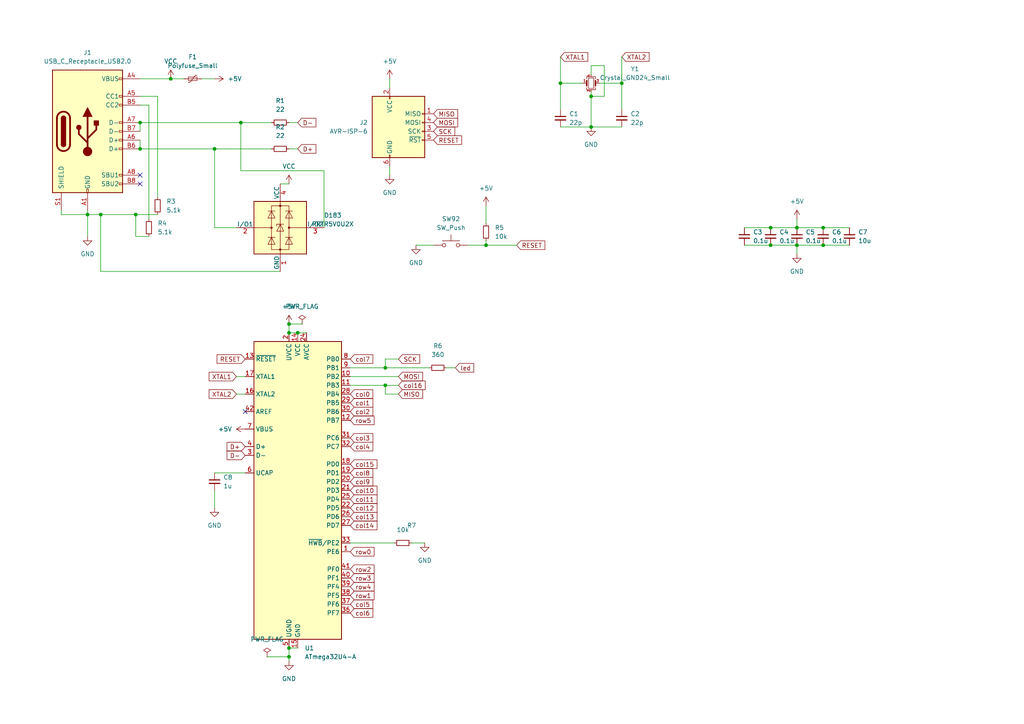
<source format=kicad_sch>
(kicad_sch (version 20211123) (generator eeschema)
  (paper "A4")
  (lib_symbols
    (symbol "Connector:AVR-ISP-6" (pin_names (offset 1.016))
      (property "Reference" "J" (at -6.35 11.43 0))
      (property "Value" "AVR-ISP-6" (at 0 11.43 0))
      (symbol "AVR-ISP-6_0_1"
        (rectangle (start -2.667 -6.858) (end -2.413 -7.62))
        (rectangle (start -2.667 10.16) (end -2.413 9.398))
        (rectangle (start 7.62 -2.413) (end 6.858 -2.667))
        (rectangle (start 7.62 0.127) (end 6.858 -0.127))
        (rectangle (start 7.62 2.667) (end 6.858 2.413))
        (rectangle (start 7.62 5.207) (end 6.858 4.953))
        (rectangle (start 7.62 10.16) (end -7.62 -7.62) (stroke (width 0.254)) (fill (type background)))
      )
      (symbol "AVR-ISP-6_1_1"
        (pin passive line (at 10.16 5.08 180) (length 2.54) (name "MISO") (number "1"))
        (pin passive line (at -2.54 12.7 270) (length 2.54) (name "VCC") (number "2"))
        (pin passive line (at 10.16 0 180) (length 2.54) (name "SCK") (number "3"))
        (pin passive line (at 10.16 2.54 180) (length 2.54) (name "MOSI") (number "4"))
        (pin passive line (at 10.16 -2.54 180) (length 2.54) (name "~{RST}") (number "5"))
        (pin passive line (at -2.54 -10.16 90) (length 2.54) (name "GND") (number "6"))
      )
    )
    (symbol "Connector:USB_C_Receptacle_USB2.0" (pin_names (offset 1.016))
      (property "Reference" "J" (at -10.16 19.05 0))
      (property "Value" "USB_C_Receptacle_USB2.0" (at 19.05 19.05 0))
      (symbol "USB_C_Receptacle_USB2.0_0_0"
        (rectangle (start -0.254 -17.78) (end 0.254 -16.764))
        (rectangle (start 10.16 -14.986) (end 9.144 -15.494))
        (rectangle (start 10.16 -12.446) (end 9.144 -12.954))
        (rectangle (start 10.16 -4.826) (end 9.144 -5.334))
        (rectangle (start 10.16 -2.286) (end 9.144 -2.794))
        (rectangle (start 10.16 0.254) (end 9.144 -0.254))
        (rectangle (start 10.16 2.794) (end 9.144 2.286))
        (rectangle (start 10.16 7.874) (end 9.144 7.366))
        (rectangle (start 10.16 10.414) (end 9.144 9.906))
        (rectangle (start 10.16 15.494) (end 9.144 14.986))
      )
      (symbol "USB_C_Receptacle_USB2.0_0_1"
        (rectangle (start -10.16 17.78) (end 10.16 -17.78) (stroke (width 0.254)) (fill (type background)))
        (arc (start -8.89 -3.81) (mid -6.985 -5.715) (end -5.08 -3.81) (stroke (width 0.508)))
        (arc (start -7.62 -3.81) (mid -6.985 -4.445) (end -6.35 -3.81) (stroke (width 0.254)))
        (arc (start -7.62 -3.81) (mid -6.985 -4.445) (end -6.35 -3.81) (stroke (width 0.254)) (fill (type outline)))
        (rectangle (start -7.62 -3.81) (end -6.35 3.81) (stroke (width 0.254)) (fill (type outline)))
        (arc (start -6.35 3.81) (mid -6.985 4.445) (end -7.62 3.81) (stroke (width 0.254)))
        (arc (start -6.35 3.81) (mid -6.985 4.445) (end -7.62 3.81) (stroke (width 0.254)) (fill (type outline)))
        (arc (start -5.08 3.81) (mid -6.985 5.715) (end -8.89 3.81) (stroke (width 0.508)))
        (circle (center -2.54 1.143) (radius 0.635) (stroke (width 0.254)) (fill (type outline)))
        (circle (center 0 -5.842) (radius 1.27) (fill (type outline)))
        (polyline (pts (xy -8.89 -3.81) (xy -8.89 3.81)) (stroke (width 0.508)))
        (polyline (pts (xy -5.08 3.81) (xy -5.08 -3.81)) (stroke (width 0.508)))
        (polyline (pts (xy 0 -5.842) (xy 0 4.318)) (stroke (width 0.508)))
        (polyline (pts (xy 0 -3.302) (xy -2.54 -0.762) (xy -2.54 0.508)) (stroke (width 0.508)))
        (polyline (pts (xy 0 -2.032) (xy 2.54 0.508) (xy 2.54 1.778)) (stroke (width 0.508)))
        (polyline (pts (xy -1.27 4.318) (xy 0 6.858) (xy 1.27 4.318) (xy -1.27 4.318)) (stroke (width 0.254)) (fill (type outline)))
        (rectangle (start 1.905 1.778) (end 3.175 3.048) (stroke (width 0.254)) (fill (type outline)))
      )
      (symbol "USB_C_Receptacle_USB2.0_1_1"
        (pin passive line (at 0 -22.86 90) (length 5.08) (name "GND") (number "A1"))
        (pin passive line (at 0 -22.86 90) (length 5.08) hide (name "GND") (number "A12"))
        (pin passive line (at 15.24 15.24 180) (length 5.08) (name "VBUS") (number "A4"))
        (pin bidirectional line (at 15.24 10.16 180) (length 5.08) (name "CC1") (number "A5"))
        (pin bidirectional line (at 15.24 -2.54 180) (length 5.08) (name "D+") (number "A6"))
        (pin bidirectional line (at 15.24 2.54 180) (length 5.08) (name "D-") (number "A7"))
        (pin bidirectional line (at 15.24 -12.7 180) (length 5.08) (name "SBU1") (number "A8"))
        (pin passive line (at 15.24 15.24 180) (length 5.08) hide (name "VBUS") (number "A9"))
        (pin passive line (at 0 -22.86 90) (length 5.08) hide (name "GND") (number "B1"))
        (pin passive line (at 0 -22.86 90) (length 5.08) hide (name "GND") (number "B12"))
        (pin passive line (at 15.24 15.24 180) (length 5.08) hide (name "VBUS") (number "B4"))
        (pin bidirectional line (at 15.24 7.62 180) (length 5.08) (name "CC2") (number "B5"))
        (pin bidirectional line (at 15.24 -5.08 180) (length 5.08) (name "D+") (number "B6"))
        (pin bidirectional line (at 15.24 0 180) (length 5.08) (name "D-") (number "B7"))
        (pin bidirectional line (at 15.24 -15.24 180) (length 5.08) (name "SBU2") (number "B8"))
        (pin passive line (at 15.24 15.24 180) (length 5.08) hide (name "VBUS") (number "B9"))
        (pin passive line (at -7.62 -22.86 90) (length 5.08) (name "SHIELD") (number "S1"))
      )
    )
    (symbol "Device:C_Small" (pin_numbers hide) (pin_names (offset 0.254) hide)
      (property "Reference" "C" (at 0.254 1.778 0))
      (property "Value" "C_Small" (at 0.254 -2.032 0))
      (symbol "C_Small_0_1"
        (polyline (pts (xy -1.524 -0.508) (xy 1.524 -0.508)) (stroke (width 0.3302)))
        (polyline (pts (xy -1.524 0.508) (xy 1.524 0.508)) (stroke (width 0.3048)))
      )
      (symbol "C_Small_1_1"
        (pin passive line (at 0 2.54 270) (length 2.032) (name "~") (number "1"))
        (pin passive line (at 0 -2.54 90) (length 2.032) (name "~") (number "2"))
      )
    )
    (symbol "Device:Crystal_GND24_Small" (pin_names (offset 1.016) hide)
      (property "Reference" "Y" (at 1.27 4.445 0))
      (property "Value" "Crystal_GND24_Small" (at 1.27 2.54 0))
      (symbol "Crystal_GND24_Small_0_1"
        (rectangle (start -0.762 -1.524) (end 0.762 1.524))
        (polyline (pts (xy -1.27 -0.762) (xy -1.27 0.762)) (stroke (width 0.381)))
        (polyline (pts (xy 1.27 -0.762) (xy 1.27 0.762)) (stroke (width 0.381)))
        (polyline (pts (xy -1.27 -1.27) (xy -1.27 -1.905) (xy 1.27 -1.905) (xy 1.27 -1.27)))
        (polyline (pts (xy -1.27 1.27) (xy -1.27 1.905) (xy 1.27 1.905) (xy 1.27 1.27)))
      )
      (symbol "Crystal_GND24_Small_1_1"
        (pin passive line (at -2.54 0 0) (length 1.27) (name "1") (number "1"))
        (pin passive line (at 0 -2.54 90) (length 0.635) (name "2") (number "2"))
        (pin passive line (at 2.54 0 180) (length 1.27) (name "3") (number "3"))
        (pin passive line (at 0 2.54 270) (length 0.635) (name "4") (number "4"))
      )
    )
    (symbol "Device:Polyfuse_Small" (pin_numbers hide) (pin_names (offset 0))
      (property "Reference" "F" (at -1.905 0 90))
      (property "Value" "Polyfuse_Small" (at 1.905 0 90))
      (symbol "Polyfuse_Small_0_1"
        (rectangle (start -0.508 1.27) (end 0.508 -1.27))
        (polyline (pts (xy 0 2.54) (xy 0 -2.54)))
        (polyline (pts (xy -1.016 1.27) (xy -1.016 0.762) (xy 1.016 -0.762) (xy 1.016 -1.27)))
      )
      (symbol "Polyfuse_Small_1_1"
        (pin passive line (at 0 2.54 270) (length 0.635) (name "~") (number "1"))
        (pin passive line (at 0 -2.54 90) (length 0.635) (name "~") (number "2"))
      )
    )
    (symbol "Device:R_Small" (pin_numbers hide) (pin_names (offset 0.254) hide)
      (property "Reference" "R" (at 0.762 0.508 0))
      (property "Value" "R_Small" (at 0.762 -1.016 0))
      (symbol "R_Small_0_1"
        (rectangle (start -0.762 1.778) (end 0.762 -1.778) (stroke (width 0.2032)))
      )
      (symbol "R_Small_1_1"
        (pin passive line (at 0 2.54 270) (length 0.762) (name "~") (number "1"))
        (pin passive line (at 0 -2.54 90) (length 0.762) (name "~") (number "2"))
      )
    )
    (symbol "MCU_Microchip_ATmega:ATmega32U4-A"
      (property "Reference" "U" (at -12.7 44.45 0))
      (property "Value" "ATmega32U4-A" (at 2.54 -44.45 0))
      (symbol "ATmega32U4-A_0_1"
        (rectangle (start -12.7 -43.18) (end 12.7 43.18) (stroke (width 0.254)) (fill (type background)))
      )
      (symbol "ATmega32U4-A_1_1"
        (pin bidirectional line (at 15.24 -17.78 180) (length 2.54) (name "PE6") (number "1"))
        (pin bidirectional line (at 15.24 33.02 180) (length 2.54) (name "PB2") (number "10"))
        (pin bidirectional line (at 15.24 30.48 180) (length 2.54) (name "PB3") (number "11"))
        (pin bidirectional line (at 15.24 20.32 180) (length 2.54) (name "PB7") (number "12"))
        (pin input line (at -15.24 38.1 0) (length 2.54) (name "~{RESET}") (number "13"))
        (pin power_in line (at 0 45.72 270) (length 2.54) (name "VCC") (number "14"))
        (pin power_in line (at 0 -45.72 90) (length 2.54) (name "GND") (number "15"))
        (pin output line (at -15.24 27.94 0) (length 2.54) (name "XTAL2") (number "16"))
        (pin input line (at -15.24 33.02 0) (length 2.54) (name "XTAL1") (number "17"))
        (pin bidirectional line (at 15.24 7.62 180) (length 2.54) (name "PD0") (number "18"))
        (pin bidirectional line (at 15.24 5.08 180) (length 2.54) (name "PD1") (number "19"))
        (pin power_in line (at -2.54 45.72 270) (length 2.54) (name "UVCC") (number "2"))
        (pin bidirectional line (at 15.24 2.54 180) (length 2.54) (name "PD2") (number "20"))
        (pin bidirectional line (at 15.24 0 180) (length 2.54) (name "PD3") (number "21"))
        (pin bidirectional line (at 15.24 -5.08 180) (length 2.54) (name "PD5") (number "22"))
        (pin passive line (at 0 -45.72 90) (length 2.54) hide (name "GND") (number "23"))
        (pin power_in line (at 2.54 45.72 270) (length 2.54) (name "AVCC") (number "24"))
        (pin bidirectional line (at 15.24 -2.54 180) (length 2.54) (name "PD4") (number "25"))
        (pin bidirectional line (at 15.24 -7.62 180) (length 2.54) (name "PD6") (number "26"))
        (pin bidirectional line (at 15.24 -10.16 180) (length 2.54) (name "PD7") (number "27"))
        (pin bidirectional line (at 15.24 27.94 180) (length 2.54) (name "PB4") (number "28"))
        (pin bidirectional line (at 15.24 25.4 180) (length 2.54) (name "PB5") (number "29"))
        (pin bidirectional line (at -15.24 10.16 0) (length 2.54) (name "D-") (number "3"))
        (pin bidirectional line (at 15.24 22.86 180) (length 2.54) (name "PB6") (number "30"))
        (pin bidirectional line (at 15.24 15.24 180) (length 2.54) (name "PC6") (number "31"))
        (pin bidirectional line (at 15.24 12.7 180) (length 2.54) (name "PC7") (number "32"))
        (pin bidirectional line (at 15.24 -15.24 180) (length 2.54) (name "~{HWB}/PE2") (number "33"))
        (pin passive line (at 0 45.72 270) (length 2.54) hide (name "VCC") (number "34"))
        (pin passive line (at 0 -45.72 90) (length 2.54) hide (name "GND") (number "35"))
        (pin bidirectional line (at 15.24 -35.56 180) (length 2.54) (name "PF7") (number "36"))
        (pin bidirectional line (at 15.24 -33.02 180) (length 2.54) (name "PF6") (number "37"))
        (pin bidirectional line (at 15.24 -30.48 180) (length 2.54) (name "PF5") (number "38"))
        (pin bidirectional line (at 15.24 -27.94 180) (length 2.54) (name "PF4") (number "39"))
        (pin bidirectional line (at -15.24 12.7 0) (length 2.54) (name "D+") (number "4"))
        (pin bidirectional line (at 15.24 -25.4 180) (length 2.54) (name "PF1") (number "40"))
        (pin bidirectional line (at 15.24 -22.86 180) (length 2.54) (name "PF0") (number "41"))
        (pin passive line (at -15.24 22.86 0) (length 2.54) (name "AREF") (number "42"))
        (pin passive line (at 0 -45.72 90) (length 2.54) hide (name "GND") (number "43"))
        (pin passive line (at 2.54 45.72 270) (length 2.54) hide (name "AVCC") (number "44"))
        (pin passive line (at -2.54 -45.72 90) (length 2.54) (name "UGND") (number "5"))
        (pin passive line (at -15.24 5.08 0) (length 2.54) (name "UCAP") (number "6"))
        (pin input line (at -15.24 17.78 0) (length 2.54) (name "VBUS") (number "7"))
        (pin bidirectional line (at 15.24 38.1 180) (length 2.54) (name "PB0") (number "8"))
        (pin bidirectional line (at 15.24 35.56 180) (length 2.54) (name "PB1") (number "9"))
      )
    )
    (symbol "Power_Protection:PRTR5V0U2X" (pin_names (offset 0))
      (property "Reference" "D" (at 2.794 8.636 0))
      (property "Value" "PRTR5V0U2X" (at 8.128 -9.398 0))
      (symbol "PRTR5V0U2X_0_1"
        (rectangle (start -7.62 -7.62) (end 7.62 7.62) (stroke (width 0.254)) (fill (type background)))
        (circle (center -2.54 0) (radius 0.254) (fill (type outline)))
        (rectangle (start -2.54 6.35) (end 2.54 -6.35))
        (circle (center 0 -6.35) (radius 0.254) (fill (type outline)))
        (polyline (pts (xy -2.54 0) (xy -7.62 0)))
        (polyline (pts (xy -1.524 -2.794) (xy -3.556 -2.794)))
        (polyline (pts (xy -1.524 4.826) (xy -3.556 4.826)))
        (polyline (pts (xy 0 -7.62) (xy 0 7.62)))
        (polyline (pts (xy 1.524 -2.794) (xy 3.556 -2.794)))
        (polyline (pts (xy 1.524 4.826) (xy 3.556 4.826)))
        (polyline (pts (xy 2.54 0) (xy 7.62 0)))
        (polyline (pts (xy 1.016 1.016) (xy -1.016 1.016) (xy -1.016 0.508)))
        (polyline (pts (xy -3.556 -4.826) (xy -1.524 -4.826) (xy -2.54 -2.794) (xy -3.556 -4.826)))
        (polyline (pts (xy -3.556 2.794) (xy -1.524 2.794) (xy -2.54 4.826) (xy -3.556 2.794)))
        (polyline (pts (xy -1.016 -1.016) (xy 1.016 -1.016) (xy 0 1.016) (xy -1.016 -1.016)))
        (polyline (pts (xy 3.556 -4.826) (xy 1.524 -4.826) (xy 2.54 -2.794) (xy 3.556 -4.826)))
        (polyline (pts (xy 3.556 2.794) (xy 1.524 2.794) (xy 2.54 4.826) (xy 3.556 2.794)))
        (circle (center 0 6.35) (radius 0.254) (fill (type outline)))
        (circle (center 2.54 0) (radius 0.254) (fill (type outline)))
      )
      (symbol "PRTR5V0U2X_1_1"
        (pin passive line (at 0 -12.7 90) (length 5.08) (name "GND") (number "1"))
        (pin passive line (at -12.7 0 0) (length 5.08) (name "I/O1") (number "2"))
        (pin passive line (at 12.7 0 180) (length 5.08) (name "I/O2") (number "3"))
        (pin passive line (at 0 12.7 270) (length 5.08) (name "VCC") (number "4"))
      )
    )
    (symbol "Switch:SW_Push" (pin_numbers hide) (pin_names (offset 1.016) hide)
      (property "Reference" "SW" (at 1.27 2.54 0))
      (property "Value" "SW_Push" (at 0 -1.524 0))
      (symbol "SW_Push_0_1"
        (circle (center -2.032 0) (radius 0.508))
        (polyline (pts (xy 0 1.27) (xy 0 3.048)))
        (polyline (pts (xy 2.54 1.27) (xy -2.54 1.27)))
        (circle (center 2.032 0) (radius 0.508))
        (pin passive line (at -5.08 0 0) (length 2.54) (name "1") (number "1"))
        (pin passive line (at 5.08 0 180) (length 2.54) (name "2") (number "2"))
      )
    )
    (symbol "power:+5V" (power) (pin_names (offset 0))
      (property "Value" "+5V" (at 0 3.556 0))
      (symbol "+5V_0_1"
        (polyline (pts (xy -0.762 1.27) (xy 0 2.54)))
        (polyline (pts (xy 0 0) (xy 0 2.54)))
        (polyline (pts (xy 0 2.54) (xy 0.762 1.27)))
      )
      (symbol "+5V_1_1"
        (pin power_in line (at 0 0 90) (length 0) hide (name "+5V") (number "1"))
      )
    )
    (symbol "power:GND" (power) (pin_names (offset 0))
      (property "Value" "GND" (at 0 -3.81 0))
      (symbol "GND_0_1"
        (polyline (pts (xy 0 0) (xy 0 -1.27) (xy 1.27 -1.27) (xy 0 -2.54) (xy -1.27 -1.27) (xy 0 -1.27)))
      )
      (symbol "GND_1_1"
        (pin power_in line (at 0 0 270) (length 0) hide (name "GND") (number "1"))
      )
    )
    (symbol "power:PWR_FLAG" (power) (pin_numbers hide) (pin_names (offset 0) hide)
      (property "Value" "PWR_FLAG" (at 0 3.81 0))
      (symbol "PWR_FLAG_0_0"
        (pin power_out line (at 0 0 90) (length 0) (name "pwr") (number "1"))
      )
      (symbol "PWR_FLAG_0_1"
        (polyline (pts (xy 0 0) (xy 0 1.27) (xy -1.016 1.905) (xy 0 2.54) (xy 1.016 1.905) (xy 0 1.27)))
      )
    )
    (symbol "power:VCC" (power) (pin_names (offset 0))
      (property "Value" "VCC" (at 0 3.81 0))
      (symbol "VCC_0_1"
        (polyline (pts (xy -0.762 1.27) (xy 0 2.54)))
        (polyline (pts (xy 0 0) (xy 0 2.54)))
        (polyline (pts (xy 0 2.54) (xy 0.762 1.27)))
      )
      (symbol "VCC_1_1"
        (pin power_in line (at 0 0 90) (length 0) hide (name "VCC") (number "1"))
      )
    )
  )
  (junction (at 238.76 71.12))
  (junction (at 83.82 93.98))
  (junction (at 111.76 106.68))
  (junction (at 40.64 35.56))
  (junction (at 171.45 36.83))
  (junction (at 86.36 96.52))
  (junction (at 83.82 96.52))
  (junction (at 171.45 27.94))
  (junction (at 223.52 66.04))
  (junction (at 223.52 71.12))
  (junction (at 238.76 66.04))
  (junction (at 49.53 22.86))
  (junction (at 29.21 62.23))
  (junction (at 140.97 71.12))
  (junction (at 180.34 24.13))
  (junction (at 162.56 24.13))
  (junction (at 231.14 71.12))
  (junction (at 111.76 111.76))
  (junction (at 62.23 43.18))
  (junction (at 25.4 62.23))
  (junction (at 83.82 187.96))
  (junction (at 83.82 190.5))
  (junction (at 39.37 62.23))
  (junction (at 40.64 43.18))
  (junction (at 231.14 66.04))
  (junction (at 69.85 35.56))
  (no_connect (at 71.12 119.38))
  (no_connect (at 40.64 53.34))
  (no_connect (at 40.64 50.8))
  (wire (pts (xy 43.18 30.48) (xy 43.18 63.5)))
  (wire (pts (xy 173.99 24.13) (xy 180.34 24.13)))
  (wire (pts (xy 68.58 114.3) (xy 71.12 114.3)))
  (wire (pts (xy 101.6 111.76) (xy 111.76 111.76)))
  (wire (pts (xy 162.56 16.51) (xy 162.56 24.13)))
  (wire (pts (xy 17.78 60.96) (xy 17.78 62.23)))
  (wire (pts (xy 83.82 187.96) (xy 83.82 190.5)))
  (wire (pts (xy 162.56 36.83) (xy 171.45 36.83)))
  (wire (pts (xy 83.82 43.18) (xy 86.36 43.18)))
  (wire (pts (xy 40.64 40.64) (xy 40.64 43.18)))
  (wire (pts (xy 171.45 27.94) (xy 171.45 36.83)))
  (wire (pts (xy 140.97 71.12) (xy 149.86 71.12)))
  (wire (pts (xy 83.82 93.98) (xy 87.63 93.98)))
  (wire (pts (xy 86.36 187.96) (xy 83.82 187.96)))
  (wire (pts (xy 231.14 66.04) (xy 238.76 66.04)))
  (wire (pts (xy 101.6 106.68) (xy 111.76 106.68)))
  (wire (pts (xy 175.26 27.94) (xy 171.45 27.94)))
  (wire (pts (xy 171.45 19.05) (xy 175.26 19.05)))
  (wire (pts (xy 39.37 62.23) (xy 45.72 62.23)))
  (wire (pts (xy 101.6 157.48) (xy 114.3 157.48)))
  (wire (pts (xy 86.36 96.52) (xy 88.9 96.52)))
  (wire (pts (xy 69.85 35.56) (xy 78.74 35.56)))
  (wire (pts (xy 69.85 49.53) (xy 69.85 35.56)))
  (wire (pts (xy 40.64 38.1) (xy 40.64 35.56)))
  (wire (pts (xy 81.28 78.74) (xy 29.21 78.74)))
  (wire (pts (xy 129.54 106.68) (xy 132.08 106.68)))
  (wire (pts (xy 231.14 71.12) (xy 238.76 71.12)))
  (wire (pts (xy 40.64 30.48) (xy 43.18 30.48)))
  (wire (pts (xy 113.03 48.26) (xy 113.03 50.8)))
  (wire (pts (xy 113.03 22.86) (xy 113.03 25.4)))
  (wire (pts (xy 68.58 109.22) (xy 71.12 109.22)))
  (wire (pts (xy 119.38 157.48) (xy 123.19 157.48)))
  (wire (pts (xy 25.4 62.23) (xy 25.4 60.96)))
  (wire (pts (xy 25.4 68.58) (xy 25.4 62.23)))
  (wire (pts (xy 175.26 19.05) (xy 175.26 27.94)))
  (wire (pts (xy 62.23 66.04) (xy 62.23 43.18)))
  (wire (pts (xy 83.82 93.98) (xy 83.82 96.52)))
  (wire (pts (xy 83.82 35.56) (xy 86.36 35.56)))
  (wire (pts (xy 40.64 43.18) (xy 62.23 43.18)))
  (wire (pts (xy 215.9 71.12) (xy 223.52 71.12)))
  (wire (pts (xy 29.21 78.74) (xy 29.21 62.23)))
  (wire (pts (xy 223.52 66.04) (xy 231.14 66.04)))
  (wire (pts (xy 180.34 16.51) (xy 180.34 24.13)))
  (wire (pts (xy 62.23 137.16) (xy 71.12 137.16)))
  (wire (pts (xy 135.89 71.12) (xy 140.97 71.12)))
  (wire (pts (xy 111.76 111.76) (xy 111.76 114.3)))
  (wire (pts (xy 40.64 22.86) (xy 49.53 22.86)))
  (wire (pts (xy 171.45 21.59) (xy 171.45 19.05)))
  (wire (pts (xy 223.52 71.12) (xy 231.14 71.12)))
  (wire (pts (xy 83.82 190.5) (xy 83.82 191.77)))
  (wire (pts (xy 43.18 68.58) (xy 39.37 68.58)))
  (wire (pts (xy 101.6 109.22) (xy 115.57 109.22)))
  (wire (pts (xy 93.98 66.04) (xy 93.98 49.53)))
  (wire (pts (xy 68.58 66.04) (xy 62.23 66.04)))
  (wire (pts (xy 215.9 66.04) (xy 223.52 66.04)))
  (wire (pts (xy 77.47 190.5) (xy 83.82 190.5)))
  (wire (pts (xy 171.45 36.83) (xy 180.34 36.83)))
  (wire (pts (xy 111.76 106.68) (xy 124.46 106.68)))
  (wire (pts (xy 238.76 71.12) (xy 246.38 71.12)))
  (wire (pts (xy 171.45 26.67) (xy 171.45 27.94)))
  (wire (pts (xy 111.76 111.76) (xy 115.57 111.76)))
  (wire (pts (xy 162.56 31.75) (xy 162.56 24.13)))
  (wire (pts (xy 29.21 62.23) (xy 39.37 62.23)))
  (wire (pts (xy 81.28 53.34) (xy 83.82 53.34)))
  (wire (pts (xy 58.42 22.86) (xy 62.23 22.86)))
  (wire (pts (xy 111.76 104.14) (xy 115.57 104.14)))
  (wire (pts (xy 111.76 114.3) (xy 115.57 114.3)))
  (wire (pts (xy 83.82 96.52) (xy 86.36 96.52)))
  (wire (pts (xy 120.65 71.12) (xy 125.73 71.12)))
  (wire (pts (xy 180.34 24.13) (xy 180.34 31.75)))
  (wire (pts (xy 231.14 71.12) (xy 231.14 73.66)))
  (wire (pts (xy 140.97 59.69) (xy 140.97 64.77)))
  (wire (pts (xy 25.4 62.23) (xy 29.21 62.23)))
  (wire (pts (xy 49.53 22.86) (xy 53.34 22.86)))
  (wire (pts (xy 40.64 35.56) (xy 69.85 35.56)))
  (wire (pts (xy 40.64 27.94) (xy 45.72 27.94)))
  (wire (pts (xy 162.56 24.13) (xy 168.91 24.13)))
  (wire (pts (xy 93.98 49.53) (xy 69.85 49.53)))
  (wire (pts (xy 39.37 68.58) (xy 39.37 62.23)))
  (wire (pts (xy 238.76 66.04) (xy 246.38 66.04)))
  (wire (pts (xy 140.97 69.85) (xy 140.97 71.12)))
  (wire (pts (xy 231.14 63.5) (xy 231.14 66.04)))
  (wire (pts (xy 62.23 142.24) (xy 62.23 147.32)))
  (wire (pts (xy 62.23 43.18) (xy 78.74 43.18)))
  (wire (pts (xy 111.76 106.68) (xy 111.76 104.14)))
  (wire (pts (xy 17.78 62.23) (xy 25.4 62.23)))
  (wire (pts (xy 45.72 27.94) (xy 45.72 57.15)))
  (global_label "XTAL2" (shape input) (at 180.34 16.51 0) (property "Intersheet References" "${INTERSHEET_REFS}" (effects hide)))
  (global_label "col16" (shape input) (at 115.57 111.76 0) (property "Intersheet References" "${INTERSHEET_REFS}" (effects hide)))
  (global_label "SCK" (shape input) (at 115.57 104.14 0) (property "Intersheet References" "${INTERSHEET_REFS}" (effects hide)))
  (global_label "col2" (shape input) (at 101.6 119.38 0) (property "Intersheet References" "${INTERSHEET_REFS}" (effects hide)))
  (global_label "row2" (shape input) (at 101.6 165.1 0) (property "Intersheet References" "${INTERSHEET_REFS}" (effects hide)))
  (global_label "D+" (shape input) (at 86.36 43.18 0) (property "Intersheet References" "${INTERSHEET_REFS}" (effects hide)))
  (global_label "SCK" (shape input) (at 125.73 38.1 0) (property "Intersheet References" "${INTERSHEET_REFS}" (effects hide)))
  (global_label "col5" (shape input) (at 101.6 175.26 0) (property "Intersheet References" "${INTERSHEET_REFS}" (effects hide)))
  (global_label "MOSI" (shape input) (at 125.73 35.56 0) (property "Intersheet References" "${INTERSHEET_REFS}" (effects hide)))
  (global_label "RESET" (shape input) (at 125.73 40.64 0) (property "Intersheet References" "${INTERSHEET_REFS}" (effects hide)))
  (global_label "row5" (shape input) (at 101.6 121.92 0) (property "Intersheet References" "${INTERSHEET_REFS}" (effects hide)))
  (global_label "col8" (shape input) (at 101.6 137.16 0) (property "Intersheet References" "${INTERSHEET_REFS}" (effects hide)))
  (global_label "col15" (shape input) (at 101.6 134.62 0) (property "Intersheet References" "${INTERSHEET_REFS}" (effects hide)))
  (global_label "MOSI" (shape input) (at 115.57 109.22 0) (property "Intersheet References" "${INTERSHEET_REFS}" (effects hide)))
  (global_label "col10" (shape input) (at 101.6 142.24 0) (property "Intersheet References" "${INTERSHEET_REFS}" (effects hide)))
  (global_label "XTAL2" (shape input) (at 68.58 114.3 180) (property "Intersheet References" "${INTERSHEET_REFS}" (effects hide)))
  (global_label "RESET" (shape input) (at 149.86 71.12 0) (property "Intersheet References" "${INTERSHEET_REFS}" (effects hide)))
  (global_label "MISO" (shape input) (at 115.57 114.3 0) (property "Intersheet References" "${INTERSHEET_REFS}" (effects hide)))
  (global_label "col4" (shape input) (at 101.6 129.54 0) (property "Intersheet References" "${INTERSHEET_REFS}" (effects hide)))
  (global_label "col3" (shape input) (at 101.6 127 0) (property "Intersheet References" "${INTERSHEET_REFS}" (effects hide)))
  (global_label "XTAL1" (shape input) (at 162.56 16.51 0) (property "Intersheet References" "${INTERSHEET_REFS}" (effects hide)))
  (global_label "col11" (shape input) (at 101.6 144.78 0) (property "Intersheet References" "${INTERSHEET_REFS}" (effects hide)))
  (global_label "row1" (shape input) (at 101.6 172.72 0) (property "Intersheet References" "${INTERSHEET_REFS}" (effects hide)))
  (global_label "led" (shape input) (at 132.08 106.68 0) (property "Intersheet References" "${INTERSHEET_REFS}" (effects hide)))
  (global_label "D-" (shape input) (at 71.12 132.08 180) (property "Intersheet References" "${INTERSHEET_REFS}" (effects hide)))
  (global_label "RESET" (shape input) (at 71.12 104.14 180) (property "Intersheet References" "${INTERSHEET_REFS}" (effects hide)))
  (global_label "D+" (shape input) (at 71.12 129.54 180) (property "Intersheet References" "${INTERSHEET_REFS}" (effects hide)))
  (global_label "D-" (shape input) (at 86.36 35.56 0) (property "Intersheet References" "${INTERSHEET_REFS}" (effects hide)))
  (global_label "row0" (shape input) (at 101.6 160.02 0) (property "Intersheet References" "${INTERSHEET_REFS}" (effects hide)))
  (global_label "XTAL1" (shape input) (at 68.58 109.22 180) (property "Intersheet References" "${INTERSHEET_REFS}" (effects hide)))
  (global_label "col0" (shape input) (at 101.6 114.3 0) (property "Intersheet References" "${INTERSHEET_REFS}" (effects hide)))
  (global_label "col12" (shape input) (at 101.6 147.32 0) (property "Intersheet References" "${INTERSHEET_REFS}" (effects hide)))
  (global_label "row4" (shape input) (at 101.6 170.18 0) (property "Intersheet References" "${INTERSHEET_REFS}" (effects hide)))
  (global_label "col6" (shape input) (at 101.6 177.8 0) (property "Intersheet References" "${INTERSHEET_REFS}" (effects hide)))
  (global_label "MISO" (shape input) (at 125.73 33.02 0) (property "Intersheet References" "${INTERSHEET_REFS}" (effects hide)))
  (global_label "row3" (shape input) (at 101.6 167.64 0) (property "Intersheet References" "${INTERSHEET_REFS}" (effects hide)))
  (global_label "col9" (shape input) (at 101.6 139.7 0) (property "Intersheet References" "${INTERSHEET_REFS}" (effects hide)))
  (global_label "col7" (shape input) (at 101.6 104.14 0) (property "Intersheet References" "${INTERSHEET_REFS}" (effects hide)))
  (global_label "col13" (shape input) (at 101.6 149.86 0) (property "Intersheet References" "${INTERSHEET_REFS}" (effects hide)))
  (global_label "col14" (shape input) (at 101.6 152.4 0) (property "Intersheet References" "${INTERSHEET_REFS}" (effects hide)))
  (global_label "col1" (shape input) (at 101.6 116.84 0) (property "Intersheet References" "${INTERSHEET_REFS}" (effects hide)))
  (symbol (lib_id "Switch:SW_Push") (at 130.81 71.12 0) (unit 1)
    (property "Reference" "SW92" (at 130.81 63.5 0))
    (property "Value" "SW_Push" (at 130.81 66.04 0))
  )
  (symbol (lib_id "Device:C_Small") (at 223.52 68.58 0) (unit 1)
    (property "Reference" "C4" (at 226.06 67.3162 0) (effects (justify left)))
    (property "Value" "0.1u" (at 226.06 69.8562 0) (effects (justify left)))
    (property "Footprint" "Capacitor_SMD:C_0805_2012Metric_Pad1.18x1.45mm_HandSolder" (effects hide))
  )
  (symbol (lib_id "power:VCC") (at 49.53 22.86 0) (unit 1)
    (property "Reference" "#PWR013" (effects hide))
    (property "Value" "VCC" (at 49.53 17.78 0))
  )
  (symbol (lib_id "power:+5V") (at 71.12 124.46 90) (unit 1)
    (property "Reference" "#PWR025" (effects hide))
    (property "Value" "+5V" (at 67.31 124.4599 90) (effects (justify left)))
  )
  (symbol (lib_id "power:VCC") (at 83.82 53.34 0) (unit 1)
    (property "Reference" "#PWR018" (effects hide))
    (property "Value" "VCC" (at 83.82 48.26 0))
  )
  (symbol (lib_id "power:GND") (at 231.14 73.66 0) (unit 1)
    (property "Reference" "#PWR023" (effects hide))
    (property "Value" "GND" (at 231.14 78.74 0))
  )
  (symbol (lib_id "Device:C_Small") (at 215.9 68.58 0) (unit 1)
    (property "Reference" "C3" (at 218.44 67.3162 0) (effects (justify left)))
    (property "Value" "0.1u" (at 218.44 69.8562 0) (effects (justify left)))
    (property "Footprint" "Capacitor_SMD:C_0805_2012Metric_Pad1.18x1.45mm_HandSolder" (effects hide))
  )
  (symbol (lib_id "Device:R_Small") (at 81.28 35.56 90) (unit 1)
    (property "Reference" "R1" (at 81.28 29.21 90))
    (property "Value" "22" (at 81.28 31.75 90))
  )
  (symbol (lib_id "Device:C_Small") (at 231.14 68.58 0) (unit 1)
    (property "Reference" "C5" (at 233.68 67.3162 0) (effects (justify left)))
    (property "Value" "0.1u" (at 233.68 69.8562 0) (effects (justify left)))
    (property "Footprint" "Capacitor_SMD:C_0805_2012Metric_Pad1.18x1.45mm_HandSolder" (effects hide))
  )
  (symbol (lib_id "power:GND") (at 62.23 147.32 0) (unit 1)
    (property "Reference" "#PWR026" (effects hide))
    (property "Value" "GND" (at 62.23 152.4 0))
  )
  (symbol (lib_id "Device:R_Small") (at 140.97 67.31 0) (unit 1)
    (property "Reference" "R5" (at 143.51 66.0399 0) (effects (justify left)))
    (property "Value" "10k" (at 143.51 68.5799 0) (effects (justify left)))
  )
  (symbol (lib_id "Device:C_Small") (at 180.34 34.29 0) (unit 1)
    (property "Reference" "C2" (at 182.88 33.0262 0) (effects (justify left)))
    (property "Value" "22p" (at 182.88 35.5662 0) (effects (justify left)))
    (property "Footprint" "Capacitor_SMD:C_0805_2012Metric_Pad1.18x1.45mm_HandSolder" (effects hide))
  )
  (symbol (lib_id "Device:C_Small") (at 238.76 68.58 0) (unit 1)
    (property "Reference" "C6" (at 241.3 67.3162 0) (effects (justify left)))
    (property "Value" "0.1u" (at 241.3 69.8562 0) (effects (justify left)))
    (property "Footprint" "Capacitor_SMD:C_0805_2012Metric_Pad1.18x1.45mm_HandSolder" (effects hide))
  )
  (symbol (lib_id "MCU_Microchip_ATmega:ATmega32U4-A") (at 86.36 142.24 0) (unit 1)
    (property "Reference" "U1" (at 88.3794 187.96 0) (effects (justify left)))
    (property "Value" "ATmega32U4-A" (at 88.3794 190.5 0) (effects (justify left)))
    (property "Footprint" "Package_QFP:TQFP-44_10x10mm_P0.8mm" (effects hide))
    (property "Datasheet" "http://ww1.microchip.com/downloads/en/DeviceDoc/Atmel-7766-8-bit-AVR-ATmega16U4-32U4_Datasheet.pdf" (effects hide))
  )
  (symbol (lib_id "Device:R_Small") (at 43.18 66.04 0) (unit 1)
    (property "Reference" "R4" (at 45.72 64.7699 0) (effects (justify left)))
    (property "Value" "5.1k" (at 45.72 67.3099 0) (effects (justify left)))
  )
  (symbol (lib_id "Device:C_Small") (at 246.38 68.58 0) (unit 1)
    (property "Reference" "C7" (at 248.92 67.3162 0) (effects (justify left)))
    (property "Value" "10u" (at 248.92 69.8562 0) (effects (justify left)))
    (property "Footprint" "Capacitor_SMD:C_0805_2012Metric_Pad1.18x1.45mm_HandSolder" (effects hide))
  )
  (symbol (lib_id "Device:Crystal_GND24_Small") (at 171.45 24.13 0) (unit 1)
    (property "Reference" "Y1" (at 184.15 19.9898 0))
    (property "Value" "Crystal_GND24_Small" (at 184.15 22.5298 0))
  )
  (symbol (lib_id "power:PWR_FLAG") (at 77.47 190.5 0) (unit 1)
    (property "Reference" "#FLG03" (effects hide))
    (property "Value" "PWR_FLAG" (at 77.47 185.42 0))
  )
  (symbol (lib_id "Connector:AVR-ISP-6") (at 115.57 38.1 0) (unit 1)
    (property "Reference" "J2" (at 106.68 35.5599 0) (effects (justify right)))
    (property "Value" "AVR-ISP-6" (at 106.68 38.0999 0) (effects (justify right)))
    (property "Datasheet" " ~" (effects hide))
  )
  (symbol (lib_id "power:GND") (at 120.65 71.12 0) (unit 1)
    (property "Reference" "#PWR022" (effects hide))
    (property "Value" "GND" (at 120.65 76.2 0))
  )
  (symbol (lib_id "Power_Protection:PRTR5V0U2X") (at 81.28 66.04 0) (unit 1)
    (property "Reference" "D183" (at 96.52 62.4586 0))
    (property "Value" "PRTR5V0U2X" (at 96.52 64.9986 0))
    (property "Footprint" "Package_TO_SOT_SMD:SOT-143" (effects hide))
    (property "Datasheet" "https://assets.nexperia.com/documents/data-sheet/PRTR5V0U2X.pdf" (effects hide))
  )
  (symbol (lib_id "Device:C_Small") (at 162.56 34.29 0) (unit 1)
    (property "Reference" "C1" (at 165.1 33.0262 0) (effects (justify left)))
    (property "Value" "22p" (at 165.1 35.5662 0) (effects (justify left)))
    (property "Footprint" "Capacitor_SMD:C_0805_2012Metric_Pad1.18x1.45mm_HandSolder" (effects hide))
  )
  (symbol (lib_id "power:GND") (at 123.19 157.48 0) (unit 1)
    (property "Reference" "#PWR027" (effects hide))
    (property "Value" "GND" (at 123.19 162.56 0))
  )
  (symbol (lib_id "Device:R_Small") (at 127 106.68 90) (unit 1)
    (property "Reference" "R6" (at 127 100.33 90))
    (property "Value" "360" (at 127 102.87 90))
  )
  (symbol (lib_id "power:GND") (at 25.4 68.58 0) (unit 1)
    (property "Reference" "#PWR021" (effects hide))
    (property "Value" "GND" (at 25.4 73.66 0))
  )
  (symbol (lib_id "power:PWR_FLAG") (at 87.63 93.98 0) (unit 1)
    (property "Reference" "#FLG01" (effects hide))
    (property "Value" "PWR_FLAG" (at 87.63 88.9 0))
  )
  (symbol (lib_id "power:GND") (at 83.82 191.77 0) (unit 1)
    (property "Reference" "#PWR028" (effects hide))
    (property "Value" "GND" (at 83.82 196.85 0))
  )
  (symbol (lib_id "Connector:USB_C_Receptacle_USB2.0") (at 25.4 38.1 0) (unit 1)
    (property "Reference" "J1" (at 25.4 15.24 0))
    (property "Value" "USB_C_Receptacle_USB2.0" (at 25.4 17.78 0))
    (property "Datasheet" "https://www.usb.org/sites/default/files/documents/usb_type-c.zip" (effects hide))
  )
  (symbol (lib_id "Device:Polyfuse_Small") (at 55.88 22.86 90) (unit 1)
    (property "Reference" "F1" (at 55.88 16.51 90))
    (property "Value" "Polyfuse_Small" (at 55.88 19.05 90))
    (property "Footprint" "Fuse:Fuse_1206_3216Metric_Pad1.42x1.75mm_HandSolder" (effects hide))
  )
  (symbol (lib_id "power:+5V") (at 83.82 93.98 0) (unit 1)
    (property "Reference" "#PWR024" (effects hide))
    (property "Value" "+5V" (at 83.82 88.9 0))
  )
  (symbol (lib_id "Device:R_Small") (at 81.28 43.18 90) (unit 1)
    (property "Reference" "R2" (at 81.28 36.83 90))
    (property "Value" "22" (at 81.28 39.37 90))
  )
  (symbol (lib_id "power:GND") (at 113.03 50.8 0) (unit 1)
    (property "Reference" "#PWR017" (effects hide))
    (property "Value" "GND" (at 113.03 55.88 0))
  )
  (symbol (lib_id "power:+5V") (at 140.97 59.69 0) (unit 1)
    (property "Reference" "#PWR019" (effects hide))
    (property "Value" "+5V" (at 140.97 54.61 0))
  )
  (symbol (lib_id "power:+5V") (at 62.23 22.86 270) (unit 1)
    (property "Reference" "#PWR014" (effects hide))
    (property "Value" "+5V" (at 66.04 22.8599 90) (effects (justify left)))
  )
  (symbol (lib_id "power:GND") (at 171.45 36.83 0) (unit 1)
    (property "Reference" "#PWR016" (effects hide))
    (property "Value" "GND" (at 171.45 41.91 0))
  )
  (symbol (lib_id "Device:R_Small") (at 45.72 59.69 0) (unit 1)
    (property "Reference" "R3" (at 48.26 58.4199 0) (effects (justify left)))
    (property "Value" "5.1k" (at 48.26 60.9599 0) (effects (justify left)))
  )
  (symbol (lib_id "Device:C_Small") (at 62.23 139.7 0) (unit 1)
    (property "Reference" "C8" (at 64.77 138.4362 0) (effects (justify left)))
    (property "Value" "1u" (at 64.77 140.9762 0) (effects (justify left)))
    (property "Footprint" "Capacitor_SMD:C_0805_2012Metric_Pad1.18x1.45mm_HandSolder" (effects hide))
  )
  (symbol (lib_id "power:+5V") (at 113.03 22.86 0) (unit 1)
    (property "Reference" "#PWR015" (effects hide))
    (property "Value" "+5V" (at 113.03 17.78 0))
  )
  (symbol (lib_id "Device:R_Small") (at 116.84 157.48 90) (unit 1)
    (property "Reference" "R7" (at 119.38 152.4 90))
    (property "Value" "10k" (at 116.84 153.67 90))
  )
  (symbol (lib_id "power:+5V") (at 231.14 63.5 0) (unit 1)
    (property "Reference" "#PWR020" (effects hide))
    (property "Value" "+5V" (at 231.14 58.42 0))
  )
  (sheet (at -35.56 143.51) (size 12.7 3.81) (stroke (width 0.1524))
    (property "Sheet name" "Untitled Sheet" (at -35.56 142.7984 0) (effects (justify left bottom)))
    (property "Sheet file" "untitled.kicad_sch" (at -35.56 147.9046 0) (effects (justify left top)))
  )
)
</source>
